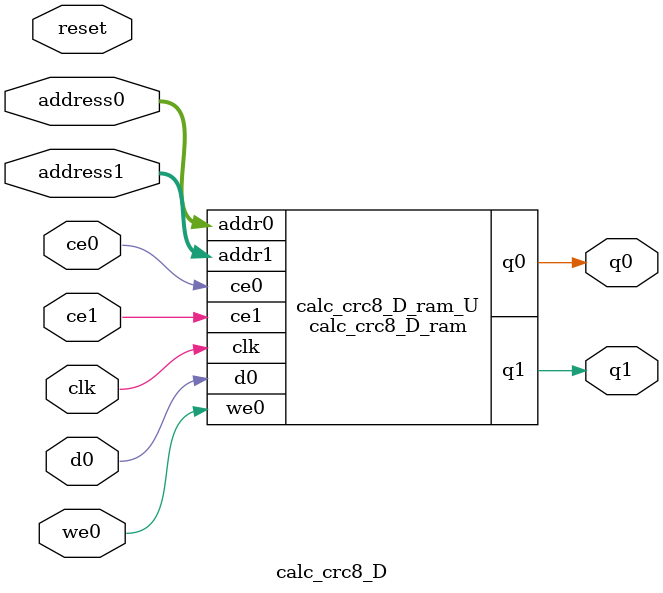
<source format=v>
`timescale 1 ns / 1 ps
module calc_crc8_D_ram (addr0, ce0, d0, we0, q0, addr1, ce1, q1,  clk);

parameter DWIDTH = 1;
parameter AWIDTH = 5;
parameter MEM_SIZE = 32;

input[AWIDTH-1:0] addr0;
input ce0;
input[DWIDTH-1:0] d0;
input we0;
output reg[DWIDTH-1:0] q0;
input[AWIDTH-1:0] addr1;
input ce1;
output reg[DWIDTH-1:0] q1;
input clk;

(* ram_style = "distributed" *)reg [DWIDTH-1:0] ram[0:MEM_SIZE-1];




always @(posedge clk)  
begin 
    if (ce0) 
    begin
        if (we0) 
        begin 
            ram[addr0] <= d0; 
        end 
        q0 <= ram[addr0];
    end
end


always @(posedge clk)  
begin 
    if (ce1) 
    begin
        q1 <= ram[addr1];
    end
end


endmodule

`timescale 1 ns / 1 ps
module calc_crc8_D(
    reset,
    clk,
    address0,
    ce0,
    we0,
    d0,
    q0,
    address1,
    ce1,
    q1);

parameter DataWidth = 32'd1;
parameter AddressRange = 32'd32;
parameter AddressWidth = 32'd5;
input reset;
input clk;
input[AddressWidth - 1:0] address0;
input ce0;
input we0;
input[DataWidth - 1:0] d0;
output[DataWidth - 1:0] q0;
input[AddressWidth - 1:0] address1;
input ce1;
output[DataWidth - 1:0] q1;



calc_crc8_D_ram calc_crc8_D_ram_U(
    .clk( clk ),
    .addr0( address0 ),
    .ce0( ce0 ),
    .we0( we0 ),
    .d0( d0 ),
    .q0( q0 ),
    .addr1( address1 ),
    .ce1( ce1 ),
    .q1( q1 ));

endmodule


</source>
